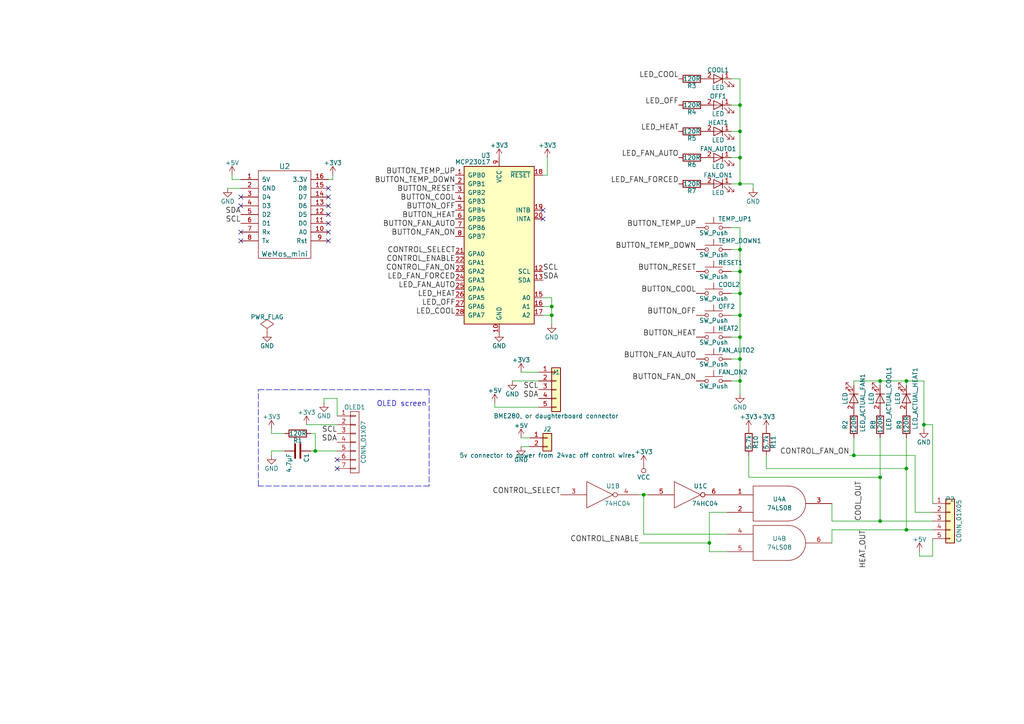
<source format=kicad_sch>
(kicad_sch (version 20211123) (generator eeschema)
  (paper "A4")
  (title_block (rev "2.0"))
  (lib_symbols
    (symbol "thermostat-rescue:+3.3V" (power) (pin_names (offset 0))
      (property "Value" "+3.3V" (at 0 3.556 0))
      (symbol "+3.3V_0_1"
        (polyline (pts (xy -0.762 1.27) (xy 0 2.54)))
        (polyline (pts (xy 0 0) (xy 0 2.54)))
        (polyline (pts (xy 0 2.54) (xy 0.762 1.27)))
      )
      (symbol "+3.3V_1_1"
        (pin power_in line (at 0 0 90) (length 0) hide (name "+3V3") (number "1"))
      )
    )
    (symbol "thermostat-rescue:+3V3" (power) (pin_names (offset 0))
      (property "Value" "+3V3" (at 0 3.556 0))
      (symbol "+3V3_0_1"
        (polyline (pts (xy -0.762 1.27) (xy 0 2.54)))
        (polyline (pts (xy 0 0) (xy 0 2.54)))
        (polyline (pts (xy 0 2.54) (xy 0.762 1.27)))
      )
      (symbol "+3V3_1_1"
        (pin power_in line (at 0 0 90) (length 0) hide (name "+3V3") (number "1"))
      )
    )
    (symbol "thermostat-rescue:+5V" (power) (pin_names (offset 0))
      (property "Value" "+5V" (at 0 3.556 0))
      (symbol "+5V_0_1"
        (polyline (pts (xy -0.762 1.27) (xy 0 2.54)))
        (polyline (pts (xy 0 0) (xy 0 2.54)))
        (polyline (pts (xy 0 2.54) (xy 0.762 1.27)))
      )
      (symbol "+5V_1_1"
        (pin power_in line (at 0 0 90) (length 0) hide (name "+5V") (number "1"))
      )
    )
    (symbol "thermostat-rescue:74HC04" (pin_names (offset 0.762))
      (property "Reference" "U" (at 3.81 2.54 0))
      (property "Value" "74HC04" (at 5.08 -2.54 0))
      (symbol "74HC04_0_0"
        (polyline (pts (xy -3.81 3.81) (xy -3.81 -3.81) (xy 3.81 0) (xy -3.81 3.81)))
        (pin power_in line (at -1.27 2.54 270) (length 0) hide (name "VCC") (number "14"))
        (pin power_in line (at -1.27 -2.54 90) (length 0) hide (name "GND") (number "7"))
      )
      (symbol "74HC04_1_1"
        (pin input line (at -11.43 0 0) (length 7.62) (name "~") (number "1"))
        (pin output inverted (at 11.43 0 180) (length 7.62) (name "~") (number "2"))
      )
      (symbol "74HC04_1_2"
        (pin input inverted (at -11.43 0 0) (length 7.62) (name "~") (number "1"))
        (pin output line (at 11.43 0 180) (length 7.62) (name "~") (number "2"))
      )
      (symbol "74HC04_2_1"
        (pin input line (at -11.43 0 0) (length 7.62) (name "~") (number "3"))
        (pin output inverted (at 11.43 0 180) (length 7.62) (name "~") (number "4"))
      )
      (symbol "74HC04_2_2"
        (pin input inverted (at -11.43 0 0) (length 7.62) (name "~") (number "3"))
        (pin output line (at 11.43 0 180) (length 7.62) (name "~") (number "4"))
      )
      (symbol "74HC04_3_1"
        (pin input line (at -11.43 0 0) (length 7.62) (name "~") (number "5"))
        (pin output inverted (at 11.43 0 180) (length 7.62) (name "~") (number "6"))
      )
      (symbol "74HC04_3_2"
        (pin input inverted (at -11.43 0 0) (length 7.62) (name "~") (number "5"))
        (pin output line (at 11.43 0 180) (length 7.62) (name "~") (number "6"))
      )
      (symbol "74HC04_4_1"
        (pin output inverted (at 11.43 0 180) (length 7.62) (name "~") (number "8"))
        (pin input line (at -11.43 0 0) (length 7.62) (name "~") (number "9"))
      )
      (symbol "74HC04_4_2"
        (pin output line (at 11.43 0 180) (length 7.62) (name "~") (number "8"))
        (pin input inverted (at -11.43 0 0) (length 7.62) (name "~") (number "9"))
      )
      (symbol "74HC04_5_1"
        (pin output inverted (at 11.43 0 180) (length 7.62) (name "~") (number "10"))
        (pin input line (at -11.43 0 0) (length 7.62) (name "~") (number "11"))
      )
      (symbol "74HC04_5_2"
        (pin output line (at 11.43 0 180) (length 7.62) (name "~") (number "10"))
        (pin input inverted (at -11.43 0 0) (length 7.62) (name "~") (number "11"))
      )
      (symbol "74HC04_6_1"
        (pin output inverted (at 11.43 0 180) (length 7.62) (name "~") (number "12"))
        (pin input line (at -11.43 0 0) (length 7.62) (name "~") (number "13"))
      )
      (symbol "74HC04_6_2"
        (pin output line (at 11.43 0 180) (length 7.62) (name "~") (number "12"))
        (pin input inverted (at -11.43 0 0) (length 7.62) (name "~") (number "13"))
      )
    )
    (symbol "thermostat-rescue:74LS08" (pin_names (offset 0.762))
      (property "Reference" "U" (at 0 1.27 0))
      (property "Value" "74LS08" (at 0 -1.27 0))
      (symbol "74LS08_0_0"
        (pin power_in line (at -5.08 5.08 90) (length 0) hide (name "VCC") (number "14"))
        (pin power_in line (at -5.08 -5.08 90) (length 0) hide (name "GND") (number "7"))
      )
      (symbol "74LS08_0_1"
        (polyline (pts (xy 2.54 5.08) (xy -7.62 5.08) (xy -7.62 -5.08) (xy 2.54 -5.08)))
        (arc (start 2.5654 -5.0546) (mid 7.5947 0.0001) (end 2.5654 5.08))
      )
      (symbol "74LS08_0_2"
        (arc (start -7.62 -5.0292) (mid -5.3094 0.0082) (end -7.62 5.0546))
        (arc (start 0 -5.0546) (mid 4.5632 -3.6449) (end 7.5946 0.0508))
        (polyline (pts (xy -7.62 -5.08) (xy 0 -5.08)))
        (polyline (pts (xy -7.62 5.08) (xy 0 5.08)))
        (arc (start 7.62 0) (mid 4.6132 3.6946) (end 0.0508 5.08))
      )
      (symbol "74LS08_1_1"
        (pin input line (at -15.24 2.54 0) (length 7.62) (name "~") (number "1"))
        (pin input line (at -15.24 -2.54 0) (length 7.62) (name "~") (number "2"))
        (pin output line (at 15.24 0 180) (length 7.62) (name "~") (number "3"))
      )
      (symbol "74LS08_1_2"
        (pin input inverted (at -15.24 2.54 0) (length 9.398) (name "~") (number "1"))
        (pin input inverted (at -15.24 -2.54 0) (length 9.398) (name "~") (number "2"))
        (pin output inverted (at 15.24 0 180) (length 7.62) (name "~") (number "3"))
      )
      (symbol "74LS08_2_1"
        (pin input line (at -15.24 2.54 0) (length 7.62) (name "~") (number "4"))
        (pin input line (at -15.24 -2.54 0) (length 7.62) (name "~") (number "5"))
        (pin output line (at 15.24 0 180) (length 7.62) (name "~") (number "6"))
      )
      (symbol "74LS08_2_2"
        (pin input inverted (at -15.24 2.54 0) (length 9.398) (name "~") (number "4"))
        (pin input inverted (at -15.24 -2.54 0) (length 9.398) (name "~") (number "5"))
        (pin output inverted (at 15.24 0 180) (length 7.62) (name "~") (number "6"))
      )
      (symbol "74LS08_3_1"
        (pin input line (at -15.24 -2.54 0) (length 7.62) (name "~") (number "10"))
        (pin output line (at 15.24 0 180) (length 7.62) (name "~") (number "8"))
        (pin input line (at -15.24 2.54 0) (length 7.62) (name "~") (number "9"))
      )
      (symbol "74LS08_3_2"
        (pin input inverted (at -15.24 -2.54 0) (length 9.398) (name "~") (number "10"))
        (pin output inverted (at 15.24 0 180) (length 7.62) (name "~") (number "8"))
        (pin input inverted (at -15.24 2.54 0) (length 9.398) (name "~") (number "9"))
      )
      (symbol "74LS08_4_1"
        (pin output line (at 15.24 0 180) (length 7.62) (name "~") (number "11"))
        (pin input line (at -15.24 2.54 0) (length 7.62) (name "~") (number "12"))
        (pin input line (at -15.24 -2.54 0) (length 7.62) (name "~") (number "13"))
      )
      (symbol "74LS08_4_2"
        (pin output inverted (at 15.24 0 180) (length 7.62) (name "~") (number "11"))
        (pin input inverted (at -15.24 2.54 0) (length 9.398) (name "~") (number "12"))
        (pin input inverted (at -15.24 -2.54 0) (length 9.398) (name "~") (number "13"))
      )
    )
    (symbol "thermostat-rescue:C" (pin_numbers hide) (pin_names (offset 0.254))
      (property "Reference" "C" (at 0.635 2.54 0))
      (property "Value" "C" (at 0.635 -2.54 0))
      (symbol "C_0_1"
        (polyline (pts (xy -2.032 -0.762) (xy 2.032 -0.762)) (stroke (width 0.508)))
        (polyline (pts (xy -2.032 0.762) (xy 2.032 0.762)) (stroke (width 0.508)))
      )
      (symbol "C_1_1"
        (pin passive line (at 0 3.81 270) (length 2.794) (name "~") (number "1"))
        (pin passive line (at 0 -3.81 90) (length 2.794) (name "~") (number "2"))
      )
    )
    (symbol "thermostat-rescue:CONN_01X07" (pin_names (offset 1.016) hide)
      (property "Reference" "P" (at 0 10.16 0))
      (property "Value" "CONN_01X07" (at 2.54 0 90))
      (symbol "CONN_01X07_0_1"
        (rectangle (start -1.27 -8.89) (end 1.27 8.89))
        (rectangle (start -1.27 -7.493) (end 0.254 -7.747))
        (rectangle (start -1.27 -4.953) (end 0.254 -5.207))
        (rectangle (start -1.27 -2.413) (end 0.254 -2.667))
        (rectangle (start -1.27 0.127) (end 0.254 -0.127))
        (rectangle (start -1.27 2.667) (end 0.254 2.413))
        (rectangle (start -1.27 5.207) (end 0.254 4.953))
        (rectangle (start -1.27 7.747) (end 0.254 7.493))
      )
      (symbol "CONN_01X07_1_1"
        (pin passive line (at -5.08 7.62 0) (length 3.81) (name "P1") (number "1"))
        (pin passive line (at -5.08 5.08 0) (length 3.81) (name "P2") (number "2"))
        (pin passive line (at -5.08 2.54 0) (length 3.81) (name "P3") (number "3"))
        (pin passive line (at -5.08 0 0) (length 3.81) (name "P4") (number "4"))
        (pin passive line (at -5.08 -2.54 0) (length 3.81) (name "P5") (number "5"))
        (pin passive line (at -5.08 -5.08 0) (length 3.81) (name "P6") (number "6"))
        (pin passive line (at -5.08 -7.62 0) (length 3.81) (name "P7") (number "7"))
      )
    )
    (symbol "thermostat-rescue:Conn_01x02" (pin_names (offset 1.016) hide)
      (property "Reference" "J" (at 0 2.54 0))
      (property "Value" "Conn_01x02" (at 0 -5.08 0))
      (symbol "Conn_01x02_1_1"
        (rectangle (start -1.27 -2.413) (end 0 -2.667) (stroke (width 0.1524)))
        (rectangle (start -1.27 0.127) (end 0 -0.127) (stroke (width 0.1524)))
        (rectangle (start -1.27 1.27) (end 1.27 -3.81) (stroke (width 0.254)) (fill (type background)))
        (pin passive line (at -5.08 0 0) (length 3.81) (name "Pin_1") (number "1"))
        (pin passive line (at -5.08 -2.54 0) (length 3.81) (name "Pin_2") (number "2"))
      )
    )
    (symbol "thermostat-rescue:Conn_01x05" (pin_names (offset 1.016) hide)
      (property "Reference" "J" (at 0 7.62 0))
      (property "Value" "Conn_01x05" (at 0 -7.62 0))
      (symbol "Conn_01x05_1_1"
        (rectangle (start -1.27 -4.953) (end 0 -5.207) (stroke (width 0.1524)))
        (rectangle (start -1.27 -2.413) (end 0 -2.667) (stroke (width 0.1524)))
        (rectangle (start -1.27 0.127) (end 0 -0.127) (stroke (width 0.1524)))
        (rectangle (start -1.27 2.667) (end 0 2.413) (stroke (width 0.1524)))
        (rectangle (start -1.27 5.207) (end 0 4.953) (stroke (width 0.1524)))
        (rectangle (start -1.27 6.35) (end 1.27 -6.35) (stroke (width 0.254)) (fill (type background)))
        (pin passive line (at -5.08 5.08 0) (length 3.81) (name "Pin_1") (number "1"))
        (pin passive line (at -5.08 2.54 0) (length 3.81) (name "Pin_2") (number "2"))
        (pin passive line (at -5.08 0 0) (length 3.81) (name "Pin_3") (number "3"))
        (pin passive line (at -5.08 -2.54 0) (length 3.81) (name "Pin_4") (number "4"))
        (pin passive line (at -5.08 -5.08 0) (length 3.81) (name "Pin_5") (number "5"))
      )
    )
    (symbol "thermostat-rescue:GND" (power) (pin_names (offset 0))
      (property "Value" "GND" (at 0 -3.81 0))
      (symbol "GND_0_1"
        (polyline (pts (xy 0 0) (xy 0 -1.27) (xy 1.27 -1.27) (xy 0 -2.54) (xy -1.27 -1.27) (xy 0 -1.27)))
      )
      (symbol "GND_1_1"
        (pin power_in line (at 0 0 270) (length 0) hide (name "GND") (number "1"))
      )
    )
    (symbol "thermostat-rescue:LED" (pin_names (offset 1.016) hide)
      (property "Reference" "D" (at 0 2.54 0))
      (property "Value" "LED" (at 0 -2.54 0))
      (symbol "LED_0_1"
        (polyline (pts (xy -1.27 -1.27) (xy -1.27 1.27)) (stroke (width 0.2032)))
        (polyline (pts (xy -1.27 0) (xy 1.27 0)))
        (polyline (pts (xy 1.27 -1.27) (xy 1.27 1.27) (xy -1.27 0) (xy 1.27 -1.27)) (stroke (width 0.2032)))
        (polyline (pts (xy -3.048 -0.762) (xy -4.572 -2.286) (xy -3.81 -2.286) (xy -4.572 -2.286) (xy -4.572 -1.524)))
        (polyline (pts (xy -1.778 -0.762) (xy -3.302 -2.286) (xy -2.54 -2.286) (xy -3.302 -2.286) (xy -3.302 -1.524)))
      )
      (symbol "LED_1_1"
        (pin passive line (at -3.81 0 0) (length 2.54) (name "K") (number "1"))
        (pin passive line (at 3.81 0 180) (length 2.54) (name "A") (number "2"))
      )
    )
    (symbol "thermostat-rescue:MCP23017" (pin_names (offset 1.016))
      (property "Reference" "U" (at -2.54 26.035 0))
      (property "Value" "MCP23017" (at -2.54 24.13 0))
      (symbol "MCP23017_0_1"
        (rectangle (start -10.16 22.86) (end 10.16 -22.86) (stroke (width 0.254)) (fill (type background)))
      )
      (symbol "MCP23017_1_1"
        (pin bidirectional line (at -12.7 20.32 0) (length 2.54) (name "GPB0") (number "1"))
        (pin power_in line (at 0 -25.4 90) (length 2.54) (name "GND") (number "10"))
        (pin input line (at 12.7 -7.62 180) (length 2.54) (name "SCL") (number "12"))
        (pin bidirectional line (at 12.7 -10.16 180) (length 2.54) (name "SDA") (number "13"))
        (pin input line (at 12.7 -15.24 180) (length 2.54) (name "A0") (number "15"))
        (pin input line (at 12.7 -17.78 180) (length 2.54) (name "A1") (number "16"))
        (pin input line (at 12.7 -20.32 180) (length 2.54) (name "A2") (number "17"))
        (pin input line (at 12.7 20.32 180) (length 2.54) (name "~{RESET}") (number "18"))
        (pin output line (at 12.7 10.16 180) (length 2.54) (name "INTB") (number "19"))
        (pin bidirectional line (at -12.7 17.78 0) (length 2.54) (name "GPB1") (number "2"))
        (pin output line (at 12.7 7.62 180) (length 2.54) (name "INTA") (number "20"))
        (pin bidirectional line (at -12.7 -2.54 0) (length 2.54) (name "GPA0") (number "21"))
        (pin bidirectional line (at -12.7 -5.08 0) (length 2.54) (name "GPA1") (number "22"))
        (pin bidirectional line (at -12.7 -7.62 0) (length 2.54) (name "GPA2") (number "23"))
        (pin bidirectional line (at -12.7 -10.16 0) (length 2.54) (name "GPA3") (number "24"))
        (pin bidirectional line (at -12.7 -12.7 0) (length 2.54) (name "GPA4") (number "25"))
        (pin bidirectional line (at -12.7 -15.24 0) (length 2.54) (name "GPA5") (number "26"))
        (pin bidirectional line (at -12.7 -17.78 0) (length 2.54) (name "GPA6") (number "27"))
        (pin bidirectional line (at -12.7 -20.32 0) (length 2.54) (name "GPA7") (number "28"))
        (pin bidirectional line (at -12.7 15.24 0) (length 2.54) (name "GPB2") (number "3"))
        (pin bidirectional line (at -12.7 12.7 0) (length 2.54) (name "GPB3") (number "4"))
        (pin bidirectional line (at -12.7 10.16 0) (length 2.54) (name "GPB4") (number "5"))
        (pin bidirectional line (at -12.7 7.62 0) (length 2.54) (name "GPB5") (number "6"))
        (pin bidirectional line (at -12.7 5.08 0) (length 2.54) (name "GPB6") (number "7"))
        (pin bidirectional line (at -12.7 2.54 0) (length 2.54) (name "GPB7") (number "8"))
        (pin power_in line (at 0 25.4 270) (length 2.54) (name "VCC") (number "9"))
      )
    )
    (symbol "thermostat-rescue:PWR_FLAG" (power) (pin_numbers hide) (pin_names (offset 0) hide)
      (property "Value" "PWR_FLAG" (at 0 4.572 0))
      (symbol "PWR_FLAG_0_0"
        (pin power_out line (at 0 0 90) (length 0) (name "pwr") (number "1"))
      )
      (symbol "PWR_FLAG_0_1"
        (polyline (pts (xy 0 0) (xy 0 1.27) (xy -1.905 2.54) (xy 0 3.81) (xy 1.905 2.54) (xy 0 1.27)))
      )
    )
    (symbol "thermostat-rescue:R" (pin_numbers hide) (pin_names (offset 0))
      (property "Reference" "R" (at 2.032 0 90))
      (property "Value" "R" (at 0 0 90))
      (symbol "R_0_1"
        (rectangle (start -1.016 -2.54) (end 1.016 2.54) (stroke (width 0.254)))
      )
      (symbol "R_1_1"
        (pin passive line (at 0 3.81 270) (length 1.27) (name "~") (number "1"))
        (pin passive line (at 0 -3.81 90) (length 1.27) (name "~") (number "2"))
      )
    )
    (symbol "thermostat-rescue:SW_Push" (pin_numbers hide) (pin_names (offset 1.016) hide)
      (property "Reference" "SW" (at 1.27 2.54 0))
      (property "Value" "SW_Push" (at 0 -1.524 0))
      (symbol "SW_Push_0_1"
        (circle (center -2.032 0) (radius 0.508))
        (polyline (pts (xy 0 1.27) (xy 0 3.048)))
        (polyline (pts (xy 2.54 1.27) (xy -2.54 1.27)))
        (circle (center 2.032 0) (radius 0.508))
        (pin passive line (at -5.08 0 0) (length 2.54) (name "1") (number "1"))
        (pin passive line (at 5.08 0 180) (length 2.54) (name "2") (number "2"))
      )
    )
    (symbol "thermostat-rescue:VCC" (power) (pin_names (offset 0))
      (property "Value" "VCC" (at 0 3.81 0))
      (symbol "VCC_0_1"
        (polyline (pts (xy 0 0) (xy 0 1.27)))
        (circle (center 0 1.905) (radius 0.635))
      )
      (symbol "VCC_1_1"
        (pin power_in line (at 0 0 90) (length 0) hide (name "VCC") (number "1"))
      )
    )
    (symbol "thermostat-rescue:WeMos_mini" (pin_names (offset 1.016))
      (property "Reference" "U" (at 0 12.7 0))
      (property "Value" "WeMos_mini" (at 0 -12.7 0))
      (symbol "WeMos_mini_0_1"
        (rectangle (start -7.62 11.43) (end 7.62 -13.97))
      )
      (symbol "WeMos_mini_1_1"
        (pin power_in line (at -12.7 8.89 0) (length 5.08) (name "5V") (number "1"))
        (pin bidirectional line (at 12.7 -6.35 180) (length 5.08) (name "A0") (number "10"))
        (pin bidirectional line (at 12.7 -3.81 180) (length 5.08) (name "D0") (number "11"))
        (pin bidirectional line (at 12.7 -1.27 180) (length 5.08) (name "D5") (number "12"))
        (pin bidirectional line (at 12.7 1.27 180) (length 5.08) (name "D6") (number "13"))
        (pin bidirectional line (at 12.7 3.81 180) (length 5.08) (name "D7") (number "14"))
        (pin bidirectional line (at 12.7 6.35 180) (length 5.08) (name "D8") (number "15"))
        (pin power_out line (at 12.7 8.89 180) (length 5.08) (name "3.3V") (number "16"))
        (pin power_in line (at -12.7 6.35 0) (length 5.08) (name "GND") (number "2"))
        (pin bidirectional line (at -12.7 3.81 0) (length 5.08) (name "D4") (number "3"))
        (pin bidirectional line (at -12.7 1.27 0) (length 5.08) (name "D3") (number "4"))
        (pin bidirectional line (at -12.7 -1.27 0) (length 5.08) (name "D2") (number "5"))
        (pin bidirectional line (at -12.7 -3.81 0) (length 5.08) (name "D1") (number "6"))
        (pin bidirectional line (at -12.7 -6.35 0) (length 5.08) (name "Rx") (number "7"))
        (pin bidirectional line (at -12.7 -8.89 0) (length 5.08) (name "Tx") (number "8"))
        (pin bidirectional line (at 12.7 -8.89 180) (length 5.08) (name "Rst") (number "9"))
      )
    )
  )
  (junction (at 214.63 85.09))
  (junction (at 205.74 157.48))
  (junction (at 91.44 130.81))
  (junction (at 214.63 45.72))
  (junction (at 214.63 72.39))
  (junction (at 255.27 151.13))
  (junction (at 186.69 143.51))
  (junction (at 160.02 88.9))
  (junction (at 214.63 97.79))
  (junction (at 214.63 78.74))
  (junction (at 214.63 30.48))
  (junction (at 262.89 135.89))
  (junction (at 214.63 110.49))
  (junction (at 214.63 53.34))
  (junction (at 214.63 91.44))
  (junction (at 267.97 123.19))
  (junction (at 255.27 110.49))
  (junction (at 160.02 91.44))
  (junction (at 255.27 138.43))
  (junction (at 262.89 153.67))
  (junction (at 214.63 104.14))
  (junction (at 247.65 132.08))
  (junction (at 262.89 110.49))
  (junction (at 214.63 38.1))
  (no_connect (at 95.25 59.69))
  (no_connect (at 97.79 133.35))
  (no_connect (at 95.25 62.23))
  (no_connect (at 95.25 54.61))
  (no_connect (at 95.25 69.85))
  (no_connect (at 69.85 67.31))
  (no_connect (at 69.85 57.15))
  (no_connect (at 97.79 135.89))
  (no_connect (at 157.48 63.5))
  (no_connect (at 69.85 69.85))
  (no_connect (at 95.25 64.77))
  (no_connect (at 157.48 60.96))
  (no_connect (at 95.25 57.15))
  (no_connect (at 69.85 59.69))
  (no_connect (at 95.25 67.31))
  (wire (pts (xy 97.79 115.57) (xy 93.98 115.57)))
  (wire (pts (xy 212.09 30.48) (xy 214.63 30.48)))
  (wire (pts (xy 97.79 120.65) (xy 97.79 115.57)))
  (wire (pts (xy 156.21 118.11) (xy 143.51 118.11)))
  (wire (pts (xy 78.74 124.46) (xy 78.74 125.73)))
  (wire (pts (xy 214.63 78.74) (xy 214.63 85.09)))
  (wire (pts (xy 265.43 132.08) (xy 265.43 148.59)))
  (wire (pts (xy 265.43 148.59) (xy 270.51 148.59)))
  (wire (pts (xy 214.63 45.72) (xy 214.63 53.34)))
  (wire (pts (xy 262.89 127) (xy 262.89 135.89)))
  (wire (pts (xy 212.09 45.72) (xy 214.63 45.72)))
  (wire (pts (xy 93.98 115.57) (xy 93.98 116.84)))
  (wire (pts (xy 255.27 127) (xy 255.27 138.43)))
  (wire (pts (xy 66.04 54.61) (xy 69.85 54.61)))
  (wire (pts (xy 205.74 157.48) (xy 205.74 160.02)))
  (wire (pts (xy 91.44 130.81) (xy 90.17 130.81)))
  (wire (pts (xy 67.31 52.07) (xy 67.31 50.8)))
  (wire (pts (xy 212.09 22.86) (xy 214.63 22.86)))
  (wire (pts (xy 212.09 38.1) (xy 214.63 38.1)))
  (wire (pts (xy 214.63 22.86) (xy 214.63 30.48)))
  (wire (pts (xy 214.63 30.48) (xy 214.63 38.1)))
  (wire (pts (xy 241.3 151.13) (xy 241.3 146.05)))
  (wire (pts (xy 78.74 130.81) (xy 82.55 130.81)))
  (polyline (pts (xy 124.46 113.03) (xy 124.46 140.97)))
  (wire (pts (xy 262.89 110.49) (xy 267.97 110.49)))
  (wire (pts (xy 255.27 138.43) (xy 255.27 151.13)))
  (wire (pts (xy 187.96 143.51) (xy 186.69 143.51)))
  (polyline (pts (xy 74.93 140.97) (xy 74.93 113.03)))
  (wire (pts (xy 222.25 135.89) (xy 222.25 132.08)))
  (wire (pts (xy 186.69 154.94) (xy 210.82 154.94)))
  (wire (pts (xy 247.65 132.08) (xy 247.65 127)))
  (wire (pts (xy 212.09 53.34) (xy 214.63 53.34)))
  (wire (pts (xy 214.63 110.49) (xy 214.63 114.3)))
  (wire (pts (xy 160.02 91.44) (xy 160.02 93.98)))
  (wire (pts (xy 255.27 138.43) (xy 217.17 138.43)))
  (wire (pts (xy 255.27 110.49) (xy 262.89 110.49)))
  (wire (pts (xy 247.65 132.08) (xy 265.43 132.08)))
  (wire (pts (xy 214.63 91.44) (xy 214.63 97.79)))
  (polyline (pts (xy 74.93 113.03) (xy 124.46 113.03)))
  (wire (pts (xy 160.02 86.36) (xy 157.48 86.36)))
  (wire (pts (xy 247.65 111.76) (xy 247.65 110.49)))
  (wire (pts (xy 212.09 104.14) (xy 214.63 104.14)))
  (wire (pts (xy 262.89 135.89) (xy 222.25 135.89)))
  (wire (pts (xy 212.09 91.44) (xy 214.63 91.44)))
  (wire (pts (xy 91.44 130.81) (xy 91.44 125.73)))
  (wire (pts (xy 91.44 125.73) (xy 90.17 125.73)))
  (wire (pts (xy 160.02 88.9) (xy 160.02 91.44)))
  (wire (pts (xy 158.75 45.72) (xy 158.75 50.8)))
  (wire (pts (xy 143.51 118.11) (xy 143.51 116.84)))
  (wire (pts (xy 214.63 85.09) (xy 214.63 91.44)))
  (wire (pts (xy 218.44 53.34) (xy 218.44 54.61)))
  (wire (pts (xy 78.74 132.08) (xy 78.74 130.81)))
  (wire (pts (xy 148.59 110.49) (xy 156.21 110.49)))
  (wire (pts (xy 212.09 110.49) (xy 214.63 110.49)))
  (wire (pts (xy 270.51 123.19) (xy 270.51 146.05)))
  (wire (pts (xy 205.74 160.02) (xy 210.82 160.02)))
  (wire (pts (xy 69.85 52.07) (xy 67.31 52.07)))
  (wire (pts (xy 247.65 110.49) (xy 255.27 110.49)))
  (wire (pts (xy 241.3 153.67) (xy 241.3 157.48)))
  (wire (pts (xy 270.51 161.29) (xy 266.7 161.29)))
  (wire (pts (xy 217.17 138.43) (xy 217.17 132.08)))
  (wire (pts (xy 96.52 52.07) (xy 95.25 52.07)))
  (wire (pts (xy 214.63 72.39) (xy 214.63 78.74)))
  (wire (pts (xy 241.3 151.13) (xy 255.27 151.13)))
  (wire (pts (xy 205.74 148.59) (xy 205.74 157.48)))
  (wire (pts (xy 212.09 72.39) (xy 214.63 72.39)))
  (wire (pts (xy 214.63 38.1) (xy 214.63 45.72)))
  (wire (pts (xy 158.75 50.8) (xy 157.48 50.8)))
  (wire (pts (xy 266.7 161.29) (xy 266.7 160.02)))
  (wire (pts (xy 246.38 132.08) (xy 247.65 132.08)))
  (wire (pts (xy 186.69 143.51) (xy 186.69 154.94)))
  (wire (pts (xy 262.89 153.67) (xy 270.51 153.67)))
  (polyline (pts (xy 124.46 140.97) (xy 74.93 140.97)))
  (wire (pts (xy 214.63 104.14) (xy 214.63 110.49)))
  (wire (pts (xy 262.89 135.89) (xy 262.89 153.67)))
  (wire (pts (xy 255.27 151.13) (xy 270.51 151.13)))
  (wire (pts (xy 88.9 123.19) (xy 97.79 123.19)))
  (wire (pts (xy 267.97 123.19) (xy 267.97 124.46)))
  (wire (pts (xy 214.63 53.34) (xy 218.44 53.34)))
  (wire (pts (xy 255.27 111.76) (xy 255.27 110.49)))
  (wire (pts (xy 214.63 66.04) (xy 214.63 72.39)))
  (wire (pts (xy 214.63 66.04) (xy 212.09 66.04)))
  (wire (pts (xy 78.74 125.73) (xy 82.55 125.73)))
  (wire (pts (xy 241.3 153.67) (xy 262.89 153.67)))
  (wire (pts (xy 185.42 157.48) (xy 205.74 157.48)))
  (wire (pts (xy 262.89 111.76) (xy 262.89 110.49)))
  (wire (pts (xy 153.67 127) (xy 151.13 127)))
  (wire (pts (xy 270.51 156.21) (xy 270.51 161.29)))
  (wire (pts (xy 157.48 91.44) (xy 160.02 91.44)))
  (wire (pts (xy 186.69 143.51) (xy 185.42 143.51)))
  (wire (pts (xy 157.48 88.9) (xy 160.02 88.9)))
  (wire (pts (xy 210.82 148.59) (xy 205.74 148.59)))
  (wire (pts (xy 96.52 50.8) (xy 96.52 52.07)))
  (wire (pts (xy 214.63 97.79) (xy 214.63 104.14)))
  (wire (pts (xy 212.09 97.79) (xy 214.63 97.79)))
  (wire (pts (xy 270.51 123.19) (xy 267.97 123.19)))
  (wire (pts (xy 212.09 85.09) (xy 214.63 85.09)))
  (wire (pts (xy 151.13 129.54) (xy 153.67 129.54)))
  (wire (pts (xy 212.09 78.74) (xy 214.63 78.74)))
  (wire (pts (xy 160.02 86.36) (xy 160.02 88.9)))
  (wire (pts (xy 156.21 107.95) (xy 151.13 107.95)))
  (wire (pts (xy 97.79 130.81) (xy 91.44 130.81)))
  (wire (pts (xy 267.97 110.49) (xy 267.97 123.19)))
  (text "OLED screen" (at 109.22 118.11 0) (effects (font (size 1.524 1.524)) (justify left bottom)))
  (label "LED_COOL" (at 132.08 91.44 180) (effects (font (size 1.524 1.524))))
  (label "CONTROL_ENABLE" (at 185.42 157.48 180) (effects (font (size 1.524 1.524))))
  (label "HEAT_OUT" (at 251.46 153.67 270) (effects (font (size 1.524 1.524))))
  (label "CONTROL_ENABLE" (at 132.08 76.2 180) (effects (font (size 1.524 1.524))))
  (label "CONTROL_FAN_ON" (at 132.08 78.74 180) (effects (font (size 1.524 1.524))))
  (label "LED_FAN_AUTO" (at 132.08 83.82 180) (effects (font (size 1.524 1.524))))
  (label "BUTTON_TEMP_UP" (at 132.08 50.8 180) (effects (font (size 1.524 1.524))))
  (label "BUTTON_COOL" (at 201.93 85.09 180) (effects (font (size 1.524 1.524))))
  (label "CONTROL_SELECT" (at 162.56 143.51 180) (effects (font (size 1.524 1.524))))
  (label "BUTTON_FAN_ON" (at 132.08 68.58 180) (effects (font (size 1.524 1.524))))
  (label "SCL" (at 69.85 64.77 180) (effects (font (size 1.524 1.524))))
  (label "LED_COOL" (at 196.85 22.86 180) (effects (font (size 1.524 1.524))))
  (label "LED_HEAT" (at 132.08 86.36 180) (effects (font (size 1.524 1.524))))
  (label "LED_FAN_FORCED" (at 132.08 81.28 180) (effects (font (size 1.524 1.524))))
  (label "SCL" (at 157.48 78.74 0) (effects (font (size 1.524 1.524))))
  (label "SCL" (at 97.79 125.73 180) (effects (font (size 1.524 1.524))))
  (label "BUTTON_OFF" (at 132.08 60.96 180) (effects (font (size 1.524 1.524))))
  (label "LED_OFF" (at 132.08 88.9 180) (effects (font (size 1.524 1.524))))
  (label "SDA" (at 69.85 62.23 180) (effects (font (size 1.524 1.524))))
  (label "BUTTON_HEAT" (at 132.08 63.5 180) (effects (font (size 1.524 1.524))))
  (label "LED_FAN_FORCED" (at 196.85 53.34 180) (effects (font (size 1.524 1.524))))
  (label "SDA" (at 97.79 128.27 180) (effects (font (size 1.524 1.524))))
  (label "SDA" (at 157.48 81.28 0) (effects (font (size 1.524 1.524))))
  (label "BUTTON_HEAT" (at 201.93 97.79 180) (effects (font (size 1.524 1.524))))
  (label "BUTTON_TEMP_UP" (at 201.93 66.04 180) (effects (font (size 1.524 1.524))))
  (label "BUTTON_COOL" (at 132.08 58.42 180) (effects (font (size 1.524 1.524))))
  (label "BUTTON_FAN_AUTO" (at 201.93 104.14 180) (effects (font (size 1.524 1.524))))
  (label "COOL_OUT" (at 250.19 151.13 90) (effects (font (size 1.524 1.524))))
  (label "SCL" (at 156.21 113.03 180) (effects (font (size 1.524 1.524))))
  (label "BUTTON_FAN_ON" (at 201.93 110.49 180) (effects (font (size 1.524 1.524))))
  (label "BUTTON_RESET" (at 132.08 55.88 180) (effects (font (size 1.524 1.524))))
  (label "LED_FAN_AUTO" (at 196.85 45.72 180) (effects (font (size 1.524 1.524))))
  (label "BUTTON_FAN_AUTO" (at 132.08 66.04 180) (effects (font (size 1.524 1.524))))
  (label "CONTROL_SELECT" (at 132.08 73.66 180) (effects (font (size 1.524 1.524))))
  (label "BUTTON_RESET" (at 201.93 78.74 180) (effects (font (size 1.524 1.524))))
  (label "BUTTON_OFF" (at 201.93 91.44 180) (effects (font (size 1.524 1.524))))
  (label "BUTTON_TEMP_DOWN" (at 132.08 53.34 180) (effects (font (size 1.524 1.524))))
  (label "LED_HEAT" (at 196.85 38.1 180) (effects (font (size 1.524 1.524))))
  (label "LED_OFF" (at 196.85 30.48 180) (effects (font (size 1.524 1.524))))
  (label "BUTTON_TEMP_DOWN" (at 201.93 72.39 180) (effects (font (size 1.524 1.524))))
  (label "CONTROL_FAN_ON" (at 246.38 132.08 180) (effects (font (size 1.524 1.524))))
  (label "SDA" (at 156.21 115.57 180) (effects (font (size 1.524 1.524))))
  (symbol (lib_id "thermostat-rescue:WeMos_mini") (at 82.55 60.96 0) (unit 1)
    (property "Reference" "U2" (at 82.55 48.26 0) (effects (font (size 1.524 1.524))))
    (property "Value" "WeMos_mini" (at 82.55 73.66 0) (effects (font (size 1.524 1.524))))
    (property "Footprint" "wemos_d1_mini:D1_mini_board" (effects hide))
  )
  (symbol (lib_id "thermostat-rescue:MCP23017") (at 144.78 71.12 0) (unit 1)
    (property "Reference" "U3" (at 142.24 45.085 0) (effects (justify right)))
    (property "Value" "MCP23017" (at 142.24 46.99 0) (effects (justify right)))
    (property "Footprint" "Housings_DIP:DIP-28_W7.62mm" (effects hide))
  )
  (symbol (lib_id "thermostat-rescue:SW_Push") (at 207.01 66.04 0) (unit 1)
    (property "Reference" "TEMP_UP1" (at 208.28 63.5 0) (effects (justify left)))
    (property "Value" "SW_Push" (at 207.01 67.564 0))
    (property "Footprint" "Buttons_Switches_THT:SW_PUSH_6mm" (effects hide))
  )
  (symbol (lib_id "thermostat-rescue:SW_Push") (at 207.01 72.39 0) (unit 1)
    (property "Reference" "TEMP_DOWN1" (at 208.28 69.85 0) (effects (justify left)))
    (property "Value" "SW_Push" (at 207.01 73.914 0))
    (property "Footprint" "Buttons_Switches_THT:SW_PUSH_6mm" (effects hide))
  )
  (symbol (lib_id "thermostat-rescue:SW_Push") (at 207.01 78.74 0) (unit 1)
    (property "Reference" "RESET1" (at 208.28 76.2 0) (effects (justify left)))
    (property "Value" "SW_Push" (at 207.01 80.264 0))
    (property "Footprint" "Buttons_Switches_THT:SW_PUSH_6mm" (effects hide))
  )
  (symbol (lib_id "thermostat-rescue:SW_Push") (at 207.01 85.09 0) (unit 1)
    (property "Reference" "COOL2" (at 208.28 82.55 0) (effects (justify left)))
    (property "Value" "SW_Push" (at 207.01 86.614 0))
    (property "Footprint" "Buttons_Switches_ThroughHole:SW_Tactile_SPST_Angled" (effects hide))
  )
  (symbol (lib_id "thermostat-rescue:SW_Push") (at 207.01 91.44 0) (unit 1)
    (property "Reference" "OFF2" (at 208.28 88.9 0) (effects (justify left)))
    (property "Value" "SW_Push" (at 207.01 92.964 0))
    (property "Footprint" "Buttons_Switches_ThroughHole:SW_Tactile_SPST_Angled" (effects hide))
  )
  (symbol (lib_id "thermostat-rescue:SW_Push") (at 207.01 97.79 0) (unit 1)
    (property "Reference" "HEAT2" (at 208.28 95.25 0) (effects (justify left)))
    (property "Value" "SW_Push" (at 207.01 99.314 0))
    (property "Footprint" "Buttons_Switches_ThroughHole:SW_Tactile_SPST_Angled" (effects hide))
  )
  (symbol (lib_id "thermostat-rescue:SW_Push") (at 207.01 104.14 0) (unit 1)
    (property "Reference" "FAN_AUTO2" (at 208.28 101.6 0) (effects (justify left)))
    (property "Value" "SW_Push" (at 207.01 105.664 0))
    (property "Footprint" "Buttons_Switches_THT:SW_PUSH_6mm" (effects hide))
  )
  (symbol (lib_id "thermostat-rescue:SW_Push") (at 207.01 110.49 0) (unit 1)
    (property "Reference" "FAN_ON2" (at 208.28 107.95 0) (effects (justify left)))
    (property "Value" "SW_Push" (at 207.01 112.014 0))
    (property "Footprint" "Buttons_Switches_THT:SW_PUSH_6mm" (effects hide))
  )
  (symbol (lib_id "thermostat-rescue:GND") (at 214.63 114.3 0) (unit 1)
    (property "Reference" "#PWR01" (effects hide))
    (property "Value" "GND" (at 214.63 118.11 0))
  )
  (symbol (lib_id "thermostat-rescue:LED") (at 208.28 22.86 0) (mirror y) (unit 1)
    (property "Reference" "COOL1" (at 208.28 20.32 0))
    (property "Value" "LED" (at 208.28 25.4 0))
    (property "Footprint" "LEDs:LED_D3.0mm" (effects hide))
  )
  (symbol (lib_id "thermostat-rescue:LED") (at 208.28 30.48 0) (mirror y) (unit 1)
    (property "Reference" "OFF1" (at 208.28 27.94 0))
    (property "Value" "LED" (at 208.28 33.02 0))
    (property "Footprint" "LEDs:LED_D3.0mm" (effects hide))
  )
  (symbol (lib_id "thermostat-rescue:LED") (at 208.28 38.1 0) (mirror y) (unit 1)
    (property "Reference" "HEAT1" (at 208.28 35.56 0))
    (property "Value" "LED" (at 208.28 40.64 0))
    (property "Footprint" "LEDs:LED_D3.0mm" (effects hide))
  )
  (symbol (lib_id "thermostat-rescue:LED") (at 208.28 45.72 0) (mirror y) (unit 1)
    (property "Reference" "FAN_AUTO1" (at 208.28 43.18 0))
    (property "Value" "LED" (at 208.28 48.26 0))
    (property "Footprint" "LEDs:LED_D3.0mm" (effects hide))
  )
  (symbol (lib_id "thermostat-rescue:LED") (at 208.28 53.34 0) (mirror y) (unit 1)
    (property "Reference" "FAN_ON1" (at 208.28 50.8 0))
    (property "Value" "LED" (at 208.28 55.88 0))
    (property "Footprint" "LEDs:LED_D3.0mm" (effects hide))
  )
  (symbol (lib_id "thermostat-rescue:R") (at 200.66 22.86 90) (mirror x) (unit 1)
    (property "Reference" "R3" (at 200.66 24.892 90))
    (property "Value" "120R" (at 200.66 22.86 90))
    (property "Footprint" "Resistors_SMD:R_0603_HandSoldering" (effects hide))
  )
  (symbol (lib_id "thermostat-rescue:R") (at 200.66 30.48 90) (mirror x) (unit 1)
    (property "Reference" "R4" (at 200.66 32.512 90))
    (property "Value" "120R" (at 200.66 30.48 90))
    (property "Footprint" "Resistors_SMD:R_0603_HandSoldering" (effects hide))
  )
  (symbol (lib_id "thermostat-rescue:R") (at 200.66 38.1 90) (mirror x) (unit 1)
    (property "Reference" "R5" (at 200.66 40.132 90))
    (property "Value" "120R" (at 200.66 38.1 90))
    (property "Footprint" "Resistors_SMD:R_0603_HandSoldering" (effects hide))
  )
  (symbol (lib_id "thermostat-rescue:R") (at 200.66 45.72 90) (mirror x) (unit 1)
    (property "Reference" "R6" (at 200.66 47.752 90))
    (property "Value" "120R" (at 200.66 45.72 90))
    (property "Footprint" "Resistors_SMD:R_0603_HandSoldering" (effects hide))
  )
  (symbol (lib_id "thermostat-rescue:R") (at 200.66 53.34 90) (mirror x) (unit 1)
    (property "Reference" "R7" (at 200.66 55.372 90))
    (property "Value" "120R" (at 200.66 53.34 90))
    (property "Footprint" "Resistors_SMD:R_0603_HandSoldering" (effects hide))
  )
  (symbol (lib_id "thermostat-rescue:GND") (at 160.02 93.98 0) (unit 1)
    (property "Reference" "#PWR02" (effects hide))
    (property "Value" "GND" (at 160.02 97.79 0))
  )
  (symbol (lib_id "thermostat-rescue:GND") (at 144.78 96.52 0) (unit 1)
    (property "Reference" "#PWR03" (effects hide))
    (property "Value" "GND" (at 144.78 100.33 0))
  )
  (symbol (lib_id "thermostat-rescue:+3.3V") (at 144.78 45.72 0) (unit 1)
    (property "Reference" "#PWR04" (effects hide))
    (property "Value" "+3.3V" (at 144.78 42.164 0))
  )
  (symbol (lib_id "thermostat-rescue:+3.3V") (at 96.52 50.8 0) (unit 1)
    (property "Reference" "#PWR05" (effects hide))
    (property "Value" "+3.3V" (at 96.52 47.244 0))
  )
  (symbol (lib_id "thermostat-rescue:GND") (at 66.04 54.61 0) (unit 1)
    (property "Reference" "#PWR06" (effects hide))
    (property "Value" "GND" (at 66.04 58.42 0))
  )
  (symbol (lib_id "thermostat-rescue:R") (at 86.36 125.73 270) (unit 1)
    (property "Reference" "R1" (at 86.36 127.762 90))
    (property "Value" "120R" (at 86.36 125.73 90))
    (property "Footprint" "Resistors_SMD:R_0603_HandSoldering" (effects hide))
  )
  (symbol (lib_id "thermostat-rescue:C") (at 86.36 130.81 270) (unit 1)
    (property "Reference" "C1" (at 88.9 131.445 0) (effects (justify left)))
    (property "Value" "4.7µF" (at 83.82 131.445 0) (effects (justify left)))
    (property "Footprint" "Capacitors_SMD:C_0603_HandSoldering" (effects hide))
  )
  (symbol (lib_id "thermostat-rescue:GND") (at 78.74 132.08 0) (unit 1)
    (property "Reference" "#PWR07" (effects hide))
    (property "Value" "GND" (at 78.74 135.89 0))
  )
  (symbol (lib_id "thermostat-rescue:+3V3") (at 78.74 124.46 0) (unit 1)
    (property "Reference" "#PWR08" (effects hide))
    (property "Value" "+3V3" (at 78.74 120.904 0))
  )
  (symbol (lib_id "thermostat-rescue:CONN_01X07") (at 102.87 128.27 0) (unit 1)
    (property "Reference" "OLED1" (at 102.87 118.11 0))
    (property "Value" "CONN_01X07" (at 105.41 128.27 90))
    (property "Footprint" "mine:OLED_I2C_SPI" (effects hide))
  )
  (symbol (lib_id "thermostat-rescue:GND") (at 93.98 116.84 0) (unit 1)
    (property "Reference" "#PWR09" (effects hide))
    (property "Value" "GND" (at 93.98 120.65 0))
  )
  (symbol (lib_id "thermostat-rescue:+3V3") (at 88.9 123.19 0) (unit 1)
    (property "Reference" "#PWR010" (effects hide))
    (property "Value" "+3V3" (at 88.9 119.634 0))
  )
  (symbol (lib_id "thermostat-rescue:Conn_01x05") (at 275.59 151.13 0) (unit 1)
    (property "Reference" "P2" (at 275.59 144.78 0))
    (property "Value" "CONN_01X05" (at 278.13 151.13 90))
    (property "Footprint" "Pin_Headers:Pin_Header_Straight_1x05" (effects hide))
  )
  (symbol (lib_id "thermostat-rescue:GND") (at 77.47 96.52 0) (unit 1)
    (property "Reference" "#PWR011" (effects hide))
    (property "Value" "GND" (at 77.47 100.33 0))
  )
  (symbol (lib_id "thermostat-rescue:PWR_FLAG") (at 77.47 96.52 0) (unit 1)
    (property "Reference" "#FLG012" (effects hide))
    (property "Value" "PWR_FLAG" (at 77.47 91.948 0))
  )
  (symbol (lib_id "thermostat-rescue:74HC04") (at 173.99 143.51 0) (unit 2)
    (property "Reference" "U1" (at 177.8 140.97 0))
    (property "Value" "74HC04" (at 179.07 146.05 0))
    (property "Footprint" "Housings_DIP:DIP-14_W7.62mm" (effects hide))
  )
  (symbol (lib_id "thermostat-rescue:74LS08") (at 226.06 146.05 0) (unit 1)
    (property "Reference" "U4" (at 226.06 144.78 0))
    (property "Value" "74LS08" (at 226.06 147.32 0))
    (property "Footprint" "mine:DIP-14_W7.62mm_cuttable-trace" (effects hide))
  )
  (symbol (lib_id "thermostat-rescue:74LS08") (at 226.06 157.48 0) (unit 2)
    (property "Reference" "U4" (at 226.06 156.21 0))
    (property "Value" "74LS08" (at 226.06 158.75 0))
    (property "Footprint" "mine:DIP-14_W7.62mm_cuttable-trace" (effects hide))
  )
  (symbol (lib_id "thermostat-rescue:74HC04") (at 199.39 143.51 0) (unit 3)
    (property "Reference" "U1" (at 203.2 140.97 0))
    (property "Value" "74HC04" (at 204.47 146.05 0))
    (property "Footprint" "mine:DIP-14_W7.62mm_cuttable-trace" (effects hide))
  )
  (symbol (lib_id "thermostat-rescue:GND") (at 267.97 124.46 0) (unit 1)
    (property "Reference" "#PWR013" (effects hide))
    (property "Value" "GND" (at 267.97 128.27 0))
  )
  (symbol (lib_id "thermostat-rescue:+3V3") (at 186.69 134.62 0) (unit 1)
    (property "Reference" "#PWR014" (effects hide))
    (property "Value" "+3V3" (at 186.69 131.064 0))
  )
  (symbol (lib_id "thermostat-rescue:VCC") (at 186.69 134.62 180) (unit 1)
    (property "Reference" "#PWR015" (effects hide))
    (property "Value" "VCC" (at 186.69 138.43 0))
  )
  (symbol (lib_id "thermostat-rescue:Conn_01x05") (at 161.29 113.03 0) (unit 1)
    (property "Reference" "J1" (at 161.29 107.95 0))
    (property "Value" "BME280, or daughterboard connector" (at 161.29 120.65 0))
    (property "Footprint" "Pin_Headers:Pin_Header_Straight_1x05" (effects hide))
  )
  (symbol (lib_id "thermostat-rescue:+3V3") (at 151.13 107.95 0) (unit 1)
    (property "Reference" "#PWR016" (effects hide))
    (property "Value" "+3V3" (at 151.13 104.394 0))
  )
  (symbol (lib_id "thermostat-rescue:GND") (at 148.59 110.49 0) (unit 1)
    (property "Reference" "#PWR017" (effects hide))
    (property "Value" "GND" (at 148.59 114.3 0))
  )
  (symbol (lib_id "thermostat-rescue:LED") (at 247.65 115.57 270) (unit 1)
    (property "Reference" "LED_ACTUAL_FAN1" (at 250.19 116.84 0))
    (property "Value" "LED" (at 245.11 115.57 0))
    (property "Footprint" "LEDs:LED_D3.0mm" (effects hide))
  )
  (symbol (lib_id "thermostat-rescue:LED") (at 255.27 115.57 270) (unit 1)
    (property "Reference" "LED_ACTUAL_COOL1" (at 257.81 115.57 0))
    (property "Value" "LED" (at 252.73 115.57 0))
    (property "Footprint" "LEDs:LED_D3.0mm" (effects hide))
  )
  (symbol (lib_id "thermostat-rescue:LED") (at 262.89 115.57 270) (unit 1)
    (property "Reference" "LED_ACTUAL_HEAT1" (at 265.43 115.57 0))
    (property "Value" "LED" (at 260.35 115.57 0))
    (property "Footprint" "LEDs:LED_D3.0mm" (effects hide))
  )
  (symbol (lib_id "thermostat-rescue:R") (at 247.65 123.19 0) (unit 1)
    (property "Reference" "R2" (at 245.11 123.19 90))
    (property "Value" "120R" (at 247.65 123.19 90))
    (property "Footprint" "Resistors_SMD:R_0603_HandSoldering" (effects hide))
  )
  (symbol (lib_id "thermostat-rescue:R") (at 255.27 123.19 180) (unit 1)
    (property "Reference" "R8" (at 253.238 123.19 90))
    (property "Value" "120R" (at 255.27 123.19 90))
    (property "Footprint" "Resistors_SMD:R_0603_HandSoldering" (effects hide))
  )
  (symbol (lib_id "thermostat-rescue:R") (at 262.89 123.19 180) (unit 1)
    (property "Reference" "R9" (at 260.858 123.19 90))
    (property "Value" "120R" (at 262.89 123.19 90))
    (property "Footprint" "Resistors_SMD:R_0603_HandSoldering" (effects hide))
  )
  (symbol (lib_id "thermostat-rescue:+3.3V") (at 158.75 45.72 0) (unit 1)
    (property "Reference" "#PWR018" (effects hide))
    (property "Value" "+3.3V" (at 158.75 42.164 0))
  )
  (symbol (lib_id "thermostat-rescue:GND") (at 218.44 54.61 0) (unit 1)
    (property "Reference" "#PWR019" (effects hide))
    (property "Value" "GND" (at 218.44 58.42 0))
  )
  (symbol (lib_id "thermostat-rescue:+5V") (at 266.7 160.02 0) (unit 1)
    (property "Reference" "#PWR020" (effects hide))
    (property "Value" "+5V" (at 266.7 156.464 0))
  )
  (symbol (lib_id "thermostat-rescue:Conn_01x02") (at 158.75 127 0) (unit 1)
    (property "Reference" "J2" (at 158.75 124.46 0))
    (property "Value" "5v connector to power from 24vac off control wires" (at 158.75 132.08 0))
    (property "Footprint" "Pin_Headers:Pin_Header_Straight_1x02" (effects hide))
  )
  (symbol (lib_id "thermostat-rescue:+5V") (at 151.13 127 0) (unit 1)
    (property "Reference" "#PWR021" (effects hide))
    (property "Value" "+5V" (at 151.13 123.444 0))
  )
  (symbol (lib_id "thermostat-rescue:GND") (at 151.13 129.54 0) (unit 1)
    (property "Reference" "#PWR022" (effects hide))
    (property "Value" "GND" (at 151.13 133.35 0))
  )
  (symbol (lib_id "thermostat-rescue:R") (at 217.17 128.27 0) (unit 1)
    (property "Reference" "R10" (at 219.202 128.27 90))
    (property "Value" "5.7k" (at 217.17 128.27 90))
    (property "Footprint" "Resistors_SMD:R_0603_HandSoldering" (effects hide))
  )
  (symbol (lib_id "thermostat-rescue:R") (at 222.25 128.27 0) (unit 1)
    (property "Reference" "R11" (at 224.282 128.27 90))
    (property "Value" "5.7k" (at 222.25 128.27 90))
    (property "Footprint" "Resistors_SMD:R_0603_HandSoldering" (effects hide))
  )
  (symbol (lib_id "thermostat-rescue:+3.3V") (at 222.25 124.46 0) (unit 1)
    (property "Reference" "#PWR023" (effects hide))
    (property "Value" "+3.3V" (at 222.25 120.904 0))
  )
  (symbol (lib_id "thermostat-rescue:+3.3V") (at 217.17 124.46 0) (unit 1)
    (property "Reference" "#PWR024" (effects hide))
    (property "Value" "+3.3V" (at 217.17 120.904 0))
  )
  (symbol (lib_id "thermostat-rescue:+5V") (at 67.31 50.8 0) (unit 1)
    (property "Reference" "#PWR025" (effects hide))
    (property "Value" "+5V" (at 67.31 47.244 0))
  )
  (symbol (lib_id "thermostat-rescue:+5V") (at 143.51 116.84 0) (unit 1)
    (property "Reference" "#PWR026" (effects hide))
    (property "Value" "+5V" (at 143.51 113.284 0))
  )
)
</source>
